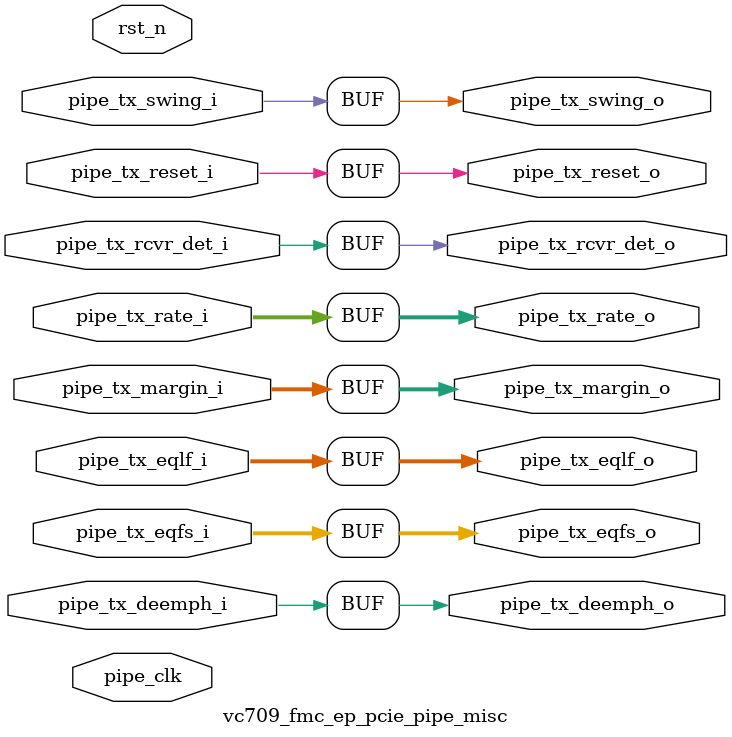
<source format=v>

`timescale 1ps/1ps

module vc709_fmc_ep_pcie_pipe_misc #
(
  parameter        TCQ = 100,
  parameter        PIPE_PIPELINE_STAGES = 0    // 0 - 0 stages, 1 - 1 stage, 2 - 2 stages
) (

  input   wire        pipe_tx_rcvr_det_i      ,     // PIPE Tx Receiver Detect
  input   wire        pipe_tx_reset_i         ,     // PIPE Tx Reset
  input   wire [1:0]  pipe_tx_rate_i          ,     // PIPE Tx Rate
  input   wire        pipe_tx_deemph_i        ,     // PIPE Tx Deemphasis
  input   wire [2:0]  pipe_tx_margin_i        ,     // PIPE Tx Margin
  input   wire        pipe_tx_swing_i         ,     // PIPE Tx Swing
  input   wire [5:0]  pipe_tx_eqfs_i          ,     // PIPE Tx
  input   wire [5:0]  pipe_tx_eqlf_i          ,     // PIPE Tx
  output  wire        pipe_tx_rcvr_det_o      ,     // Pipelined PIPE Tx Receiver Detect
  output  wire        pipe_tx_reset_o         ,     // Pipelined PIPE Tx Reset
  output  wire [1:0]  pipe_tx_rate_o          ,     // Pipelined PIPE Tx Rate
  output  wire        pipe_tx_deemph_o        ,     // Pipelined PIPE Tx Deemphasis
  output  wire [2:0]  pipe_tx_margin_o        ,     // Pipelined PIPE Tx Margin
  output  wire        pipe_tx_swing_o         ,     // Pipelined PIPE Tx Swing
  output wire [5:0]  pipe_tx_eqfs_o           ,     // PIPE Tx
  output wire [5:0]  pipe_tx_eqlf_o           ,     // PIPE Tx

  input   wire        pipe_clk                ,     // PIPE Clock
  input   wire        rst_n                         // Reset
);

  //******************************************************************//
  // Reality check.                                                   //
  //******************************************************************//

  reg                pipe_tx_rcvr_det_q       ;
  reg                pipe_tx_reset_q          ;
  reg [1:0]          pipe_tx_rate_q           ;
  reg                pipe_tx_deemph_q         ;
  reg [2:0]          pipe_tx_margin_q         ;
  reg                pipe_tx_swing_q          ;
  reg                pipe_tx_eqfs_q          ;
  reg                pipe_tx_eqlf_q          ;

  reg                pipe_tx_rcvr_det_qq      ;
  reg                pipe_tx_reset_qq         ;
  reg [1:0]          pipe_tx_rate_qq          ;
  reg                pipe_tx_deemph_qq        ;
  reg [2:0]          pipe_tx_margin_qq        ;
  reg                pipe_tx_swing_qq         ;
  reg                pipe_tx_eqfs_qq          ;
  reg                pipe_tx_eqlf_qq          ;


  generate

  if (PIPE_PIPELINE_STAGES == 0) begin : pipe_stages_0

      assign pipe_tx_rcvr_det_o = pipe_tx_rcvr_det_i;
      assign pipe_tx_reset_o    = pipe_tx_reset_i;
      assign pipe_tx_rate_o     = pipe_tx_rate_i;
      assign pipe_tx_deemph_o   = pipe_tx_deemph_i;
      assign pipe_tx_margin_o   = pipe_tx_margin_i;
      assign pipe_tx_swing_o    = pipe_tx_swing_i;
      assign pipe_tx_eqfs_o     = pipe_tx_eqfs_i;
      assign pipe_tx_eqlf_o     = pipe_tx_eqlf_i;

  end // if (PIPE_PIPELINE_STAGES == 0)
  else if (PIPE_PIPELINE_STAGES == 1) begin : pipe_stages_1

    always @(posedge pipe_clk) begin

      if (!rst_n)
      begin

        pipe_tx_rcvr_det_q <= #TCQ 1'b0;
        pipe_tx_reset_q    <= #TCQ 1'b1;
        pipe_tx_rate_q     <= #TCQ 2'b0;
        pipe_tx_deemph_q   <= #TCQ 1'b1;
        pipe_tx_margin_q   <= #TCQ 3'b0;
        pipe_tx_swing_q    <= #TCQ 1'b0;
        pipe_tx_eqfs_q     <= #TCQ 5'b0;
        pipe_tx_eqlf_q     <= #TCQ 5'b0;

      end
      else
      begin

        pipe_tx_rcvr_det_q <= #TCQ pipe_tx_rcvr_det_i;
        pipe_tx_reset_q    <= #TCQ pipe_tx_reset_i;
        pipe_tx_rate_q     <= #TCQ pipe_tx_rate_i;
        pipe_tx_deemph_q   <= #TCQ pipe_tx_deemph_i;
        pipe_tx_margin_q   <= #TCQ pipe_tx_margin_i;
        pipe_tx_swing_q    <= #TCQ pipe_tx_swing_i;
        pipe_tx_eqfs_q     <= #TCQ pipe_tx_eqfs_i;
        pipe_tx_eqlf_q     <= #TCQ pipe_tx_eqlf_i;

      end

    end

    assign pipe_tx_rcvr_det_o = pipe_tx_rcvr_det_q;
    assign pipe_tx_reset_o    = pipe_tx_reset_q;
    assign pipe_tx_rate_o     = pipe_tx_rate_q;
    assign pipe_tx_deemph_o   = pipe_tx_deemph_q;
    assign pipe_tx_margin_o   = pipe_tx_margin_q;
    assign pipe_tx_swing_o    = pipe_tx_swing_q;
    assign pipe_tx_eqfs_o     = pipe_tx_eqfs_q;
    assign pipe_tx_eqlf_o     = pipe_tx_eqlf_q;

  end // if (PIPE_PIPELINE_STAGES == 1)
  else if (PIPE_PIPELINE_STAGES == 2) begin : pipe_stages_2

    always @(posedge pipe_clk) begin

      if (!rst_n)
      begin

        pipe_tx_rcvr_det_q  <= #TCQ 1'b0;
        pipe_tx_reset_q     <= #TCQ 1'b1;
        pipe_tx_rate_q      <= #TCQ 2'b0;
        pipe_tx_deemph_q    <= #TCQ 1'b1;
        pipe_tx_margin_q    <= #TCQ 1'b0;
        pipe_tx_swing_q     <= #TCQ 1'b0;
        pipe_tx_eqfs_q      <= #TCQ 5'b0;
        pipe_tx_eqlf_q      <= #TCQ 5'b0;

        pipe_tx_rcvr_det_qq <= #TCQ 1'b0;
        pipe_tx_reset_qq    <= #TCQ 1'b1;
        pipe_tx_rate_qq     <= #TCQ 2'b0;
        pipe_tx_deemph_qq   <= #TCQ 1'b1;
        pipe_tx_margin_qq   <= #TCQ 1'b0;
        pipe_tx_swing_qq    <= #TCQ 1'b0;
        pipe_tx_eqfs_qq     <= #TCQ 5'b0;
        pipe_tx_eqlf_qq     <= #TCQ 5'b0;

      end
      else
      begin

        pipe_tx_rcvr_det_q  <= #TCQ pipe_tx_rcvr_det_i;
        pipe_tx_reset_q     <= #TCQ pipe_tx_reset_i;
        pipe_tx_rate_q      <= #TCQ pipe_tx_rate_i;
        pipe_tx_deemph_q    <= #TCQ pipe_tx_deemph_i;
        pipe_tx_margin_q    <= #TCQ pipe_tx_margin_i;
        pipe_tx_swing_q     <= #TCQ pipe_tx_swing_i;
        pipe_tx_eqfs_q      <= #TCQ pipe_tx_eqfs_i;
        pipe_tx_eqlf_q      <= #TCQ pipe_tx_eqlf_i;

        pipe_tx_rcvr_det_qq <= #TCQ pipe_tx_rcvr_det_q;
        pipe_tx_reset_qq    <= #TCQ pipe_tx_reset_q;
        pipe_tx_rate_qq     <= #TCQ pipe_tx_rate_q;
        pipe_tx_deemph_qq   <= #TCQ pipe_tx_deemph_q;
        pipe_tx_margin_qq   <= #TCQ pipe_tx_margin_q;
        pipe_tx_swing_qq    <= #TCQ pipe_tx_swing_q;
        pipe_tx_eqfs_qq     <= #TCQ pipe_tx_eqfs_q;
        pipe_tx_eqlf_qq     <= #TCQ pipe_tx_eqlf_q;

      end

    end

    assign pipe_tx_rcvr_det_o = pipe_tx_rcvr_det_qq;
    assign pipe_tx_reset_o    = pipe_tx_reset_qq;
    assign pipe_tx_rate_o     = pipe_tx_rate_qq;
    assign pipe_tx_deemph_o   = pipe_tx_deemph_qq;
    assign pipe_tx_margin_o   = pipe_tx_margin_qq;
    assign pipe_tx_swing_o    = pipe_tx_swing_qq;
    assign pipe_tx_eqfs_o     = pipe_tx_eqfs_qq;
    assign pipe_tx_eqlf_o     = pipe_tx_eqlf_qq;

  end // if (PIPE_PIPELINE_STAGES == 2)

  // Default to zero pipeline stages if PIPE_PIPELINE_STAGES != 0,1,2
  else begin
    assign pipe_tx_rcvr_det_o = pipe_tx_rcvr_det_i;
    assign pipe_tx_reset_o    = pipe_tx_reset_i;
    assign pipe_tx_rate_o     = pipe_tx_rate_i;
    assign pipe_tx_deemph_o   = pipe_tx_deemph_i;
    assign pipe_tx_margin_o   = pipe_tx_margin_i;
    assign pipe_tx_swing_o    = pipe_tx_swing_i;
    assign pipe_tx_eqfs_o     = pipe_tx_eqfs_i;
    assign pipe_tx_eqlf_o     = pipe_tx_eqlf_i;
  end
  endgenerate

endmodule


</source>
